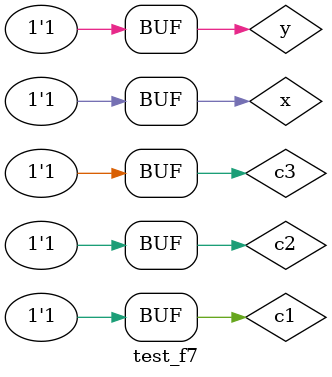
<source format=v>
/*
 * Exemplo_0705 - GATES
 * Nome Gabriel Vargas Bento de Souza
 * Matricula: 778023
*/

// -------------------------
// f7_gates
// -------------------------
module f7_1 (output s1,
             input  a , 
             input  b);
   
   // descrever por portas
   not NOT1 (s1, a);

endmodule // f7_1

module f7_2 (output s1,
             input  a , 
             input  b);
   
   // descrever por portas
   and AND1 (s1, a, b);

endmodule // f7_2

module f7_3 (output s1,
             input  a , 
             input  b);
   
   // descrever por portas
   nand NAND1 (s1, a, b);

endmodule // f7_3

module f7_4 (output s1,
             input  a , 
             input  b);
   
   // descrever por portas
   xor XOR1 (s1, a, b);

endmodule // f7_4

module f7_5 (output s2,
            input  a , 
            input  b);
   
   // descrever por portas
   xnor XNOR1 (s2, a, b);

endmodule // f7_5

module f7_6 (output s3,
             input  a , 
             input  b);
   
   // descrever por portas
   or OR1 (s3, a, b);

endmodule // f7_6

module f7_7 (output s4,
            input  a , 
            input  b);
   
   // descrever por portas
   nor NOR1 (s4, a, b);

endmodule // f7_7

module f7_8 (output s1,
             input  a , 
             input  b);
   
   // descrever por portas
   not NOT1 (s1, b);

endmodule // f7_8

// -------------------------
// multiplexer
// -------------------------
module mux (output s,
            input  a, b, c, d, e, f, g, h,
            input  c1, c2, c3);

   // definir dados locais
   wire not_c1, not_c2, not_c3;
   wire sa, sb, sc, sd, se, sf, sg, sh;

   // descrever por portas
   not NOT1 (not_c1, c1);
   not NOT2 (not_c2, c2);
   not NOT3 (not_c3, c3);
   
   and AND1 (sa, a, not_c1, not_c2, not_c3);   // 000
   and AND2 (sb, b,     c1, not_c2, not_c3);   // 100
   and AND3 (sc, c, not_c1,     c2, not_c3);   // 010
   and AND4 (sd, d,     c1,     c2, not_c3);   // 110

   and AND5 (se, e, not_c1, not_c2,     c3);   // 001
   and AND6 (sf, f,     c1, not_c2,     c3);   // 101
   and AND7 (sg, g, not_c1,     c2,     c3);   // 011
   and AND8 (sh, h,     c1,     c2,     c3);   // 111

   or  OR1  (s, sa, sb, sc, sd, se, sf, sg, sh);
endmodule // mux

// -------------------------
// main
// -------------------------
module test_f7;
   
   // definir dados
   reg  c1, c2, c3, x, y;
   wire s1, s2, s3, s4, s5, s6, s7, s8, s;

   f7_1 gate1 (s1, x, y);
   f7_2 gate2 (s2, x, y);
   f7_3 gate3 (s3, x, y);
   f7_4 gate4 (s4, x, y);
   f7_5 gate5 (s5, x, y);
   f7_6 gate6 (s6, x, y);
   f7_7 gate7 (s7, x, y);
   f7_8 gate8 (s8, x, y);

   mux MUX    (s, s1, s2, s3, s4, s5, s6, s7, s8, c1, c2, c3);
   
   // parte principal
   initial
   begin : main
      $display("\n Exemplo_0705 - Gabriel Vargas Bento de Souza - 778023\n");
      // $display(" LU's module\n");
      $display(" x  y  s1  s2  s3  s4  s5  s6  s7  s8  c1  c2  c3  s");
      $display(" ------**------------------------------------------- 000 - NOT(x)");
      $monitor("%2b %2b %2b %3b %3b %3b %3b %3b %3b %3b %3b %3b %3b %3b", 
                x,  y,  s1, s2, s3, s4, s5, s6, s7, s8, c1, c2, c3, s);

      // projetar testes do modulo
         x = 1'b0; y = 1'b0; c1 = 1'b0; c2 = 1'b0; c3 = 1'b0;
      #1           y = 1'b1;
      #1 x = 1'b1; y = 1'b0;
      #1           y = 1'b1;
      #1 x = 1'b0; y = 1'b0;                       c3 = 1'b1;

      $display("\n x  y  s1  s2  s3  s4  s5  s6  s7  s8  c1  c2  c3  s");
      $display  (" ----------------------**--------------------------- 001 - XNOR");
      #1           y = 1'b1;
      #1 x = 1'b1; y = 1'b0;
      #1           y = 1'b1;
      #1 x = 1'b0; y = 1'b0;            c2 = 1'b1; c3 = 1'b0;

      $display("\n x  y  s1  s2  s3  s4  s5  s6  s7  s8  c1  c2  c3  s");
      $display  (" --------------**----------------------------------- 010 - NAND");
      #1           y = 1'b1;
      #1 x = 1'b1; y = 1'b0;
      #1           y = 1'b1;
      #1 x = 1'b0; y = 1'b0;                       c3 = 1'b1;

      $display("\n x  y  s1  s2  s3  s4  s5  s6  s7  s8  c1  c2  c3  s");
      $display  (" ------------------------------**------------------- 011 - NOR");
      #1           y = 1'b1;
      #1 x = 1'b1; y = 1'b0;
      #1           y = 1'b1;
      #1 x = 1'b0; y = 1'b0; c1 = 1'b1; c2 = 1'b0; c3 = 1'b0;

      $display("\n x  y  s1  s2  s3  s4  s5  s6  s7  s8  c1  c2  c3  s");
      $display  (" ----------**--------------------------------------- 100 - AND");
      #1           y = 1'b1;
      #1 x = 1'b1; y = 1'b0;
      #1           y = 1'b1;
      #1 x = 1'b0; y = 1'b0;                       c3 = 1'b1;

      $display("\n x  y  s1  s2  s3  s4  s5  s6  s7  s8  c1  c2  c3  s");
      $display  (" --------------------------**----------------------- 101 - OR");
      #1           y = 1'b1;
      #1 x = 1'b1; y = 1'b0;
      #1           y = 1'b1;
      #1 x = 1'b0; y = 1'b0;            c2 = 1'b1; c3 = 1'b0;

      $display("\n x  y  s1  s2  s3  s4  s5  s6  s7  s8  c1  c2  c3  s");
      $display  (" ------------------**------------------------------- 110 - XOR");
      #1           y = 1'b1;
      #1 x = 1'b1; y = 1'b0;
      #1           y = 1'b1;
      #1 x = 1'b0; y = 1'b0;                       c3 = 1'b1;

      $display("\n x  y  s1  s2  s3  s4  s5  s6  s7  s8  c1  c2  c3  s");
      $display  (" ----------------------------------**--------------- 111 - NOT(y)");
      #1           y = 1'b1;
      #1 x = 1'b1; y = 1'b0;
      #1           y = 1'b1;
   end
endmodule // test_f7

// -------------------------
// test
// -------------------------
/*
---------- previsao ----------
               c1 c2 c3

s1 = NOTx ----- 0  0  0 |
                        |
s2 =  AND ----- 1  0  0 |
                        |
s3 = NAND ----- 0  1  0 |
                        |
s4 = X OR ----- 1  1  0 |
                        |  ----> s
s5 = XNOR ----- 0  0  1 |
                        |
s6 =   OR ----- 1  0  1 |
                        |
s7 =  NOR ----- 0  1  1 |
                        |
s8 = NOTy ----- 1  1  1 |

c1c2c3 ==  0: porta NOTx (1100)
c1c2c3 ==  1: porta   OR (0111)
c1c2c3 == 10: porta XNOR (1001)
cac2c3 == 11: porta  NOR (1000)

---------- execucao ----------

C:\Users\Gabriel\Desktop\CC-PUC\2Periodo\ARQ1\Tarefas\Guia07>vvp Exemplo_0705.vvp

 Exemplo_0705 - Gabriel Vargas Bento de Souza - 778023

 x  y  s1  s2  s3  s4  s5  s6  s7  s8  c1  c2  c3  s
 ------**------------------------------------------- 000 - NOT(x)
 0  0  1   0   1   0   1   0   1   1   0   0   0   1
 0  1  1   0   1   1   0   1   0   0   0   0   0   1
 1  0  0   0   1   1   0   1   0   1   0   0   0   0
 1  1  0   1   0   0   1   1   0   0   0   0   0   0

 x  y  s1  s2  s3  s4  s5  s6  s7  s8  c1  c2  c3  s
 ----------------------**--------------------------- 001 - XNOR
 0  0  1   0   1   0   1   0   1   1   0   0   1   1
 0  1  1   0   1   1   0   1   0   0   0   0   1   0
 1  0  0   0   1   1   0   1   0   1   0   0   1   0
 1  1  0   1   0   0   1   1   0   0   0   0   1   1

 x  y  s1  s2  s3  s4  s5  s6  s7  s8  c1  c2  c3  s
 --------------**----------------------------------- 010 - NAND
 0  0  1   0   1   0   1   0   1   1   0   1   0   1
 0  1  1   0   1   1   0   1   0   0   0   1   0   1
 1  0  0   0   1   1   0   1   0   1   0   1   0   1
 1  1  0   1   0   0   1   1   0   0   0   1   0   0

 x  y  s1  s2  s3  s4  s5  s6  s7  s8  c1  c2  c3  s
 ------------------------------**------------------- 011 - NOR
 0  0  1   0   1   0   1   0   1   1   0   1   1   1
 0  1  1   0   1   1   0   1   0   0   0   1   1   0
 1  0  0   0   1   1   0   1   0   1   0   1   1   0
 1  1  0   1   0   0   1   1   0   0   0   1   1   0

 x  y  s1  s2  s3  s4  s5  s6  s7  s8  c1  c2  c3  s
 ----------**--------------------------------------- 100 - AND
 0  0  1   0   1   0   1   0   1   1   1   0   0   0
 0  1  1   0   1   1   0   1   0   0   1   0   0   0
 1  0  0   0   1   1   0   1   0   1   1   0   0   0
 1  1  0   1   0   0   1   1   0   0   1   0   0   1

 x  y  s1  s2  s3  s4  s5  s6  s7  s8  c1  c2  c3  s
 --------------------------**----------------------- 101 - OR
 0  0  1   0   1   0   1   0   1   1   1   0   1   0
 0  1  1   0   1   1   0   1   0   0   1   0   1   1
 1  0  0   0   1   1   0   1   0   1   1   0   1   1
 1  1  0   1   0   0   1   1   0   0   1   0   1   1

 x  y  s1  s2  s3  s4  s5  s6  s7  s8  c1  c2  c3  s
 ------------------**------------------------------- 110 - XOR
 0  0  1   0   1   0   1   0   1   1   1   1   0   0
 0  1  1   0   1   1   0   1   0   0   1   1   0   1
 1  0  0   0   1   1   0   1   0   1   1   1   0   1
 1  1  0   1   0   0   1   1   0   0   1   1   0   0

 x  y  s1  s2  s3  s4  s5  s6  s7  s8  c1  c2  c3  s
 ----------------------------------**--------------- 111 - NOT(y)
 0  0  1   0   1   0   1   0   1   1   1   1   1   1
 0  1  1   0   1   1   0   1   0   0   1   1   1   0
 1  0  0   0   1   1   0   1   0   1   1   1   1   1
 1  1  0   1   0   0   1   1   0   0   1   1   1   0
*/
</source>
